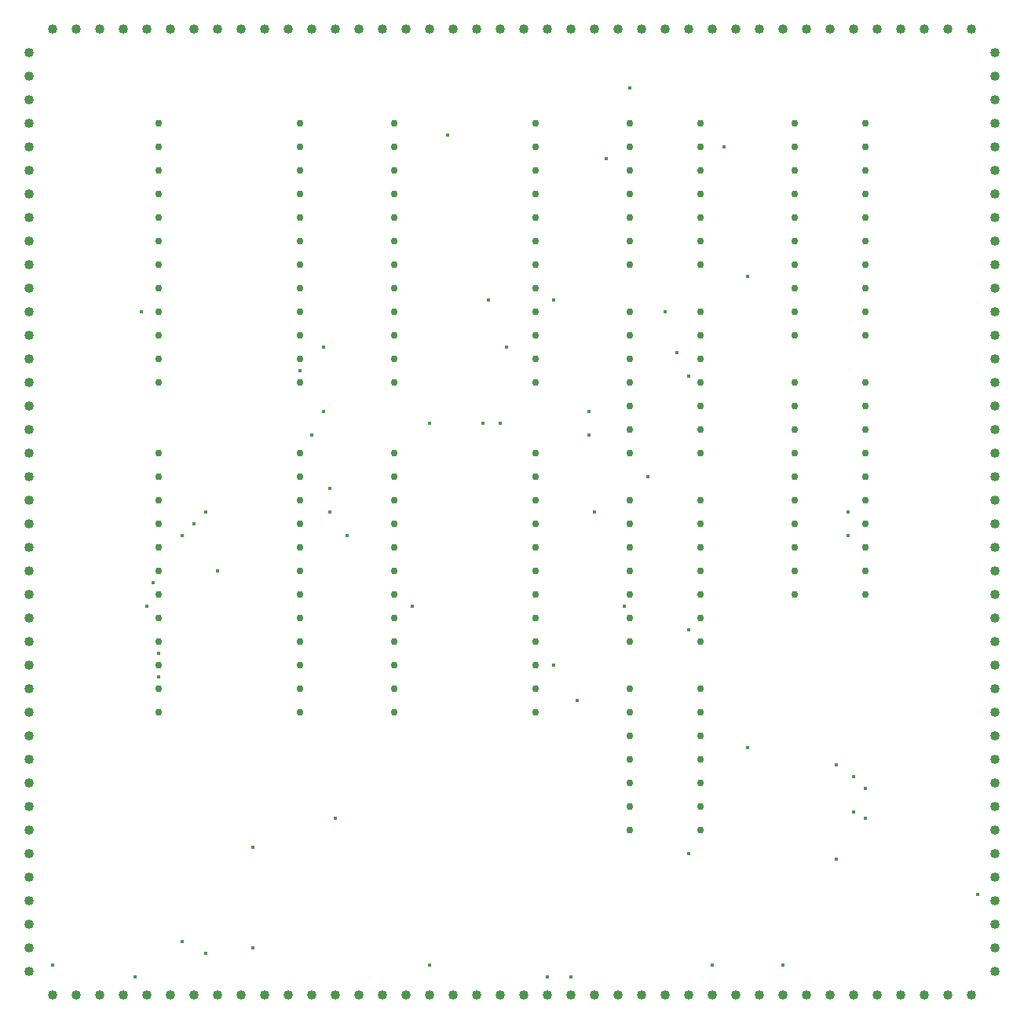
<source format=gbr>
G04 PROTEUS GERBER X2 FILE*
%TF.GenerationSoftware,Labcenter,Proteus,8.13-SP0-Build31525*%
%TF.CreationDate,2022-07-18T16:51:56+00:00*%
%TF.FileFunction,Plated,1,2,PTH*%
%TF.FilePolarity,Positive*%
%TF.Part,Single*%
%TF.SameCoordinates,{ef34fe09-6a13-4269-aa04-aafbd3ed972e}*%
%FSLAX45Y45*%
%MOMM*%
G01*
%TA.AperFunction,ViaDrill*%
%ADD29C,0.381000*%
%TA.AperFunction,ComponentDrill*%
%ADD72C,1.016000*%
%TA.AperFunction,ComponentDrill*%
%ADD73C,0.762000*%
%TD.AperFunction*%
D29*
X+1905000Y+1206500D03*
X-1778000Y-508000D03*
X-3556000Y-508000D03*
X-3556000Y-4889500D03*
X-3302000Y-254000D03*
X-3302000Y-5016500D03*
X-1968500Y-254000D03*
X-1968500Y+0D03*
X-1905000Y-3556000D03*
X-1079500Y-1270000D03*
X-3937000Y-1270000D03*
X-3873500Y-1016000D03*
X-3429000Y-381000D03*
X-3175000Y-889000D03*
X-4953000Y-5143500D03*
X-889000Y-5143500D03*
X-2032000Y+1524000D03*
X-63500Y+1524000D03*
X-2032000Y+825500D03*
X-127000Y+698500D03*
X-2159000Y+571500D03*
X+825500Y+571500D03*
X-4064000Y-5270500D03*
X-2794000Y-4953000D03*
X+381000Y-5270500D03*
X-2794000Y-3873500D03*
X+635000Y-5270500D03*
X+889000Y-254000D03*
X+1270000Y+4318000D03*
X-4000500Y+1905000D03*
X+444500Y-1905000D03*
X+825500Y+825500D03*
X-2286000Y+1270000D03*
X+1905000Y-1524000D03*
X-3810000Y-1778000D03*
X+2540000Y-2794000D03*
X+2540000Y+2286000D03*
X+698500Y-2286000D03*
X-3810000Y-2032000D03*
X+444500Y+2032000D03*
X-254000Y+2032000D03*
X+1016000Y+3556000D03*
X+2286000Y+3683000D03*
X+3683000Y-3111500D03*
X+3683000Y-3492500D03*
X+3810000Y-3556000D03*
X+3810000Y-3238500D03*
X+3619500Y-254000D03*
X+3619500Y-508000D03*
X+2921000Y-5143500D03*
X+2159000Y-5143500D03*
X+3492500Y-2984500D03*
X+3492500Y-4000500D03*
X+1206500Y-1270000D03*
X+1778000Y+1460500D03*
X-889000Y+698500D03*
X-317500Y+698500D03*
X+5016500Y-4381500D03*
X+1905000Y-3937000D03*
X+1460500Y+127000D03*
X-698500Y+3810000D03*
X+1651000Y+1905000D03*
D72*
X-2921000Y+4953000D03*
X-2667000Y+4953000D03*
X-2413000Y+4953000D03*
X-2159000Y+4953000D03*
X-1905000Y+4953000D03*
X-1651000Y+4953000D03*
X-1397000Y+4953000D03*
X-1143000Y+4953000D03*
X-889000Y+4953000D03*
X-635000Y+4953000D03*
X-381000Y+4953000D03*
X-127000Y+4953000D03*
X+127000Y+4953000D03*
X+381000Y+4953000D03*
X+635000Y+4953000D03*
X+889000Y+4953000D03*
X+1143000Y+4953000D03*
X+1397000Y+4953000D03*
X+1651000Y+4953000D03*
X+1905000Y+4953000D03*
X+2159000Y+4953000D03*
X+2413000Y+4953000D03*
X+2667000Y+4953000D03*
X+2921000Y+4953000D03*
X+3175000Y+4953000D03*
X+3429000Y+4953000D03*
X+3683000Y+4953000D03*
X+3937000Y+4953000D03*
X+4191000Y+4953000D03*
X+4445000Y+4953000D03*
X+4699000Y+4953000D03*
X+4953000Y+4953000D03*
X-4953000Y+4953000D03*
X-4699000Y+4953000D03*
X-4445000Y+4953000D03*
X-4191000Y+4953000D03*
X-3937000Y+4953000D03*
X-3683000Y+4953000D03*
X-3429000Y+4953000D03*
X-3175000Y+4953000D03*
X-4953000Y-5461000D03*
X-4699000Y-5461000D03*
X-4445000Y-5461000D03*
X-4191000Y-5461000D03*
X-3937000Y-5461000D03*
X-3683000Y-5461000D03*
X-3429000Y-5461000D03*
X-3175000Y-5461000D03*
X-2921000Y-5461000D03*
X-2667000Y-5461000D03*
X-2413000Y-5461000D03*
X-2159000Y-5461000D03*
X-1905000Y-5461000D03*
X-1651000Y-5461000D03*
X-1397000Y-5461000D03*
X-1143000Y-5461000D03*
X-889000Y-5461000D03*
X-635000Y-5461000D03*
X-381000Y-5461000D03*
X-127000Y-5461000D03*
X+127000Y-5461000D03*
X+381000Y-5461000D03*
X+635000Y-5461000D03*
X+889000Y-5461000D03*
X+1143000Y-5461000D03*
X+1397000Y-5461000D03*
X+1651000Y-5461000D03*
X+1905000Y-5461000D03*
X+2159000Y-5461000D03*
X+2413000Y-5461000D03*
X+2667000Y-5461000D03*
X+2921000Y-5461000D03*
X+3175000Y-5461000D03*
X+3429000Y-5461000D03*
X+3683000Y-5461000D03*
X+3937000Y-5461000D03*
X+4191000Y-5461000D03*
X+4445000Y-5461000D03*
X+4699000Y-5461000D03*
X+4953000Y-5461000D03*
X-5207000Y+4699000D03*
X-5207000Y+4445000D03*
X-5207000Y+4191000D03*
X-5207000Y+3937000D03*
X-5207000Y+3683000D03*
X-5207000Y+3429000D03*
X-5207000Y+3175000D03*
X-5207000Y+2921000D03*
X-5207000Y+2667000D03*
X-5207000Y+2413000D03*
X-5207000Y+2159000D03*
X-5207000Y+1905000D03*
X-5207000Y+1651000D03*
X-5207000Y+1397000D03*
X-5207000Y+1143000D03*
X-5207000Y+889000D03*
X-5207000Y+635000D03*
X-5207000Y+381000D03*
X-5207000Y+127000D03*
X-5207000Y-127000D03*
X-5207000Y-381000D03*
X-5207000Y-635000D03*
X-5207000Y-889000D03*
X-5207000Y-1143000D03*
X-5207000Y-1397000D03*
X-5207000Y-1651000D03*
X-5207000Y-1905000D03*
X-5207000Y-2159000D03*
X-5207000Y-2413000D03*
X-5207000Y-2667000D03*
X-5207000Y-2921000D03*
X-5207000Y-3175000D03*
X-5207000Y-3429000D03*
X-5207000Y-3683000D03*
X-5207000Y-3937000D03*
X-5207000Y-4191000D03*
X-5207000Y-4445000D03*
X-5207000Y-4699000D03*
X-5207000Y-4953000D03*
X-5207000Y-5207000D03*
X+5207000Y+4699000D03*
X+5207000Y+4445000D03*
X+5207000Y+4191000D03*
X+5207000Y+3937000D03*
X+5207000Y+3683000D03*
X+5207000Y+3429000D03*
X+5207000Y+3175000D03*
X+5207000Y+2921000D03*
X+5207000Y+2667000D03*
X+5207000Y+2413000D03*
X+5207000Y+2159000D03*
X+5207000Y+1905000D03*
X+5207000Y+1651000D03*
X+5207000Y+1397000D03*
X+5207000Y+1143000D03*
X+5207000Y+889000D03*
X+5207000Y+635000D03*
X+5207000Y+381000D03*
X+5207000Y+127000D03*
X+5207000Y-127000D03*
X+5207000Y-381000D03*
X+5207000Y-635000D03*
X+5207000Y-889000D03*
X+5207000Y-1143000D03*
X+5207000Y-1397000D03*
X+5207000Y-1651000D03*
X+5207000Y-1905000D03*
X+5207000Y-2159000D03*
X+5207000Y-2413000D03*
X+5207000Y-2667000D03*
X+5207000Y-2921000D03*
X+5207000Y-3175000D03*
X+5207000Y-3429000D03*
X+5207000Y-3683000D03*
X+5207000Y-3937000D03*
X+5207000Y-4191000D03*
X+5207000Y-4445000D03*
X+5207000Y-4699000D03*
X+5207000Y-4953000D03*
X+5207000Y-5207000D03*
D73*
X-3810000Y+3937000D03*
X-3810000Y+3683000D03*
X-3810000Y+3429000D03*
X-3810000Y+3175000D03*
X-3810000Y+2921000D03*
X-3810000Y+2667000D03*
X-3810000Y+2413000D03*
X-3810000Y+2159000D03*
X-3810000Y+1905000D03*
X-3810000Y+1651000D03*
X-3810000Y+1397000D03*
X-3810000Y+1143000D03*
X-2286000Y+1143000D03*
X-2286000Y+1397000D03*
X-2286000Y+1651000D03*
X-2286000Y+1905000D03*
X-2286000Y+2159000D03*
X-2286000Y+2413000D03*
X-2286000Y+2667000D03*
X-2286000Y+2921000D03*
X-2286000Y+3175000D03*
X-2286000Y+3429000D03*
X-2286000Y+3683000D03*
X-2286000Y+3937000D03*
X-3810000Y+381000D03*
X-3810000Y+127000D03*
X-3810000Y-127000D03*
X-3810000Y-381000D03*
X-3810000Y-635000D03*
X-3810000Y-889000D03*
X-3810000Y-1143000D03*
X-3810000Y-1397000D03*
X-3810000Y-1651000D03*
X-3810000Y-1905000D03*
X-3810000Y-2159000D03*
X-3810000Y-2413000D03*
X-2286000Y-2413000D03*
X-2286000Y-2159000D03*
X-2286000Y-1905000D03*
X-2286000Y-1651000D03*
X-2286000Y-1397000D03*
X-2286000Y-1143000D03*
X-2286000Y-889000D03*
X-2286000Y-635000D03*
X-2286000Y-381000D03*
X-2286000Y-127000D03*
X-2286000Y+127000D03*
X-2286000Y+381000D03*
X-1270000Y+3937000D03*
X-1270000Y+3683000D03*
X-1270000Y+3429000D03*
X-1270000Y+3175000D03*
X-1270000Y+2921000D03*
X-1270000Y+2667000D03*
X-1270000Y+2413000D03*
X-1270000Y+2159000D03*
X-1270000Y+1905000D03*
X-1270000Y+1651000D03*
X-1270000Y+1397000D03*
X-1270000Y+1143000D03*
X+254000Y+1143000D03*
X+254000Y+1397000D03*
X+254000Y+1651000D03*
X+254000Y+1905000D03*
X+254000Y+2159000D03*
X+254000Y+2413000D03*
X+254000Y+2667000D03*
X+254000Y+2921000D03*
X+254000Y+3175000D03*
X+254000Y+3429000D03*
X+254000Y+3683000D03*
X+254000Y+3937000D03*
X-1270000Y+381000D03*
X-1270000Y+127000D03*
X-1270000Y-127000D03*
X-1270000Y-381000D03*
X-1270000Y-635000D03*
X-1270000Y-889000D03*
X-1270000Y-1143000D03*
X-1270000Y-1397000D03*
X-1270000Y-1651000D03*
X-1270000Y-1905000D03*
X-1270000Y-2159000D03*
X-1270000Y-2413000D03*
X+254000Y-2413000D03*
X+254000Y-2159000D03*
X+254000Y-1905000D03*
X+254000Y-1651000D03*
X+254000Y-1397000D03*
X+254000Y-1143000D03*
X+254000Y-889000D03*
X+254000Y-635000D03*
X+254000Y-381000D03*
X+254000Y-127000D03*
X+254000Y+127000D03*
X+254000Y+381000D03*
X+1270000Y+3937000D03*
X+1270000Y+3683000D03*
X+1270000Y+3429000D03*
X+1270000Y+3175000D03*
X+1270000Y+2921000D03*
X+1270000Y+2667000D03*
X+1270000Y+2413000D03*
X+2032000Y+2413000D03*
X+2032000Y+2667000D03*
X+2032000Y+2921000D03*
X+2032000Y+3175000D03*
X+2032000Y+3429000D03*
X+2032000Y+3683000D03*
X+2032000Y+3937000D03*
X+1270000Y+1905000D03*
X+1270000Y+1651000D03*
X+1270000Y+1397000D03*
X+1270000Y+1143000D03*
X+1270000Y+889000D03*
X+1270000Y+635000D03*
X+1270000Y+381000D03*
X+2032000Y+381000D03*
X+2032000Y+635000D03*
X+2032000Y+889000D03*
X+2032000Y+1143000D03*
X+2032000Y+1397000D03*
X+2032000Y+1651000D03*
X+2032000Y+1905000D03*
X+1270000Y-127000D03*
X+1270000Y-381000D03*
X+1270000Y-635000D03*
X+1270000Y-889000D03*
X+1270000Y-1143000D03*
X+1270000Y-1397000D03*
X+1270000Y-1651000D03*
X+2032000Y-1651000D03*
X+2032000Y-1397000D03*
X+2032000Y-1143000D03*
X+2032000Y-889000D03*
X+2032000Y-635000D03*
X+2032000Y-381000D03*
X+2032000Y-127000D03*
X+1270000Y-2159000D03*
X+1270000Y-2413000D03*
X+1270000Y-2667000D03*
X+1270000Y-2921000D03*
X+1270000Y-3175000D03*
X+1270000Y-3429000D03*
X+1270000Y-3683000D03*
X+2032000Y-3683000D03*
X+2032000Y-3429000D03*
X+2032000Y-3175000D03*
X+2032000Y-2921000D03*
X+2032000Y-2667000D03*
X+2032000Y-2413000D03*
X+2032000Y-2159000D03*
X+3048000Y+3937000D03*
X+3048000Y+3683000D03*
X+3048000Y+3429000D03*
X+3048000Y+3175000D03*
X+3048000Y+2921000D03*
X+3048000Y+2667000D03*
X+3048000Y+2413000D03*
X+3048000Y+2159000D03*
X+3048000Y+1905000D03*
X+3048000Y+1651000D03*
X+3810000Y+1651000D03*
X+3810000Y+1905000D03*
X+3810000Y+2159000D03*
X+3810000Y+2413000D03*
X+3810000Y+2667000D03*
X+3810000Y+2921000D03*
X+3810000Y+3175000D03*
X+3810000Y+3429000D03*
X+3810000Y+3683000D03*
X+3810000Y+3937000D03*
X+3048000Y+1143000D03*
X+3048000Y+889000D03*
X+3048000Y+635000D03*
X+3048000Y+381000D03*
X+3048000Y+127000D03*
X+3048000Y-127000D03*
X+3048000Y-381000D03*
X+3048000Y-635000D03*
X+3048000Y-889000D03*
X+3048000Y-1143000D03*
X+3810000Y-1143000D03*
X+3810000Y-889000D03*
X+3810000Y-635000D03*
X+3810000Y-381000D03*
X+3810000Y-127000D03*
X+3810000Y+127000D03*
X+3810000Y+381000D03*
X+3810000Y+635000D03*
X+3810000Y+889000D03*
X+3810000Y+1143000D03*
M02*

</source>
